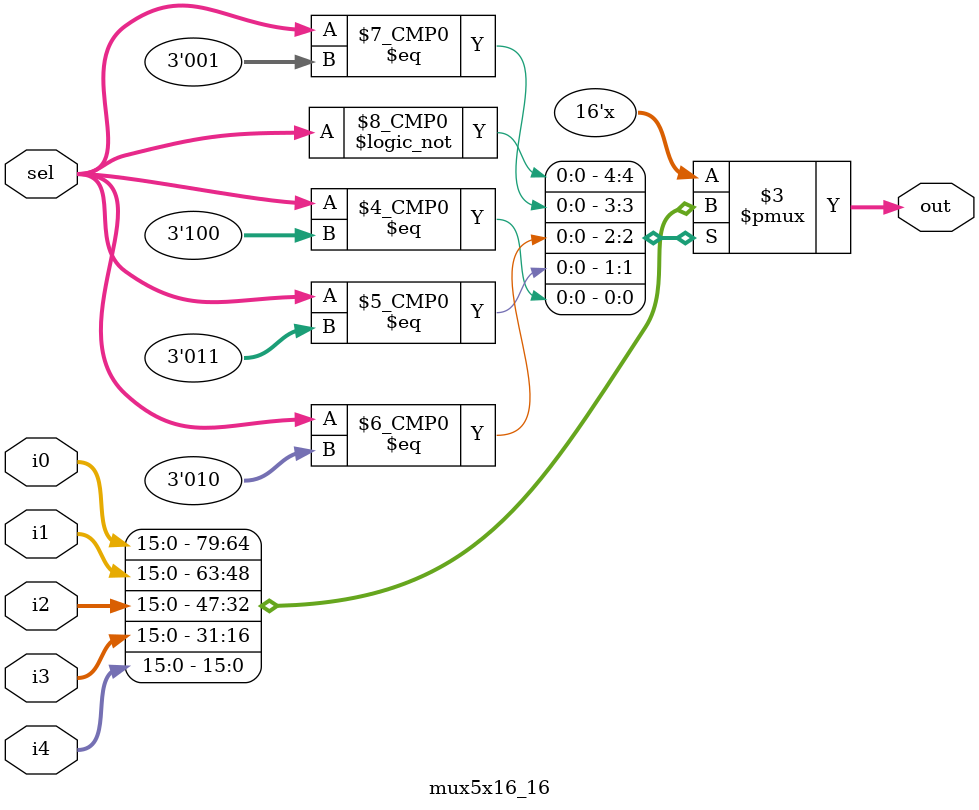
<source format=sv>
`timescale 1ps/1ps
module mux5x16_16(
	input logic [15:0] i0, i1, i2, i3, i4,
	input logic [2:0] sel,
	output logic [15:0] out
);

	always_comb begin
		case(sel)
			3'b000: out = i0;
			3'b001: out = i1;
			3'b010: out = i2;
			3'b011: out = i3;
			3'b100: out = i4;
            default: out = 'X;
		endcase
	end
endmodule

</source>
